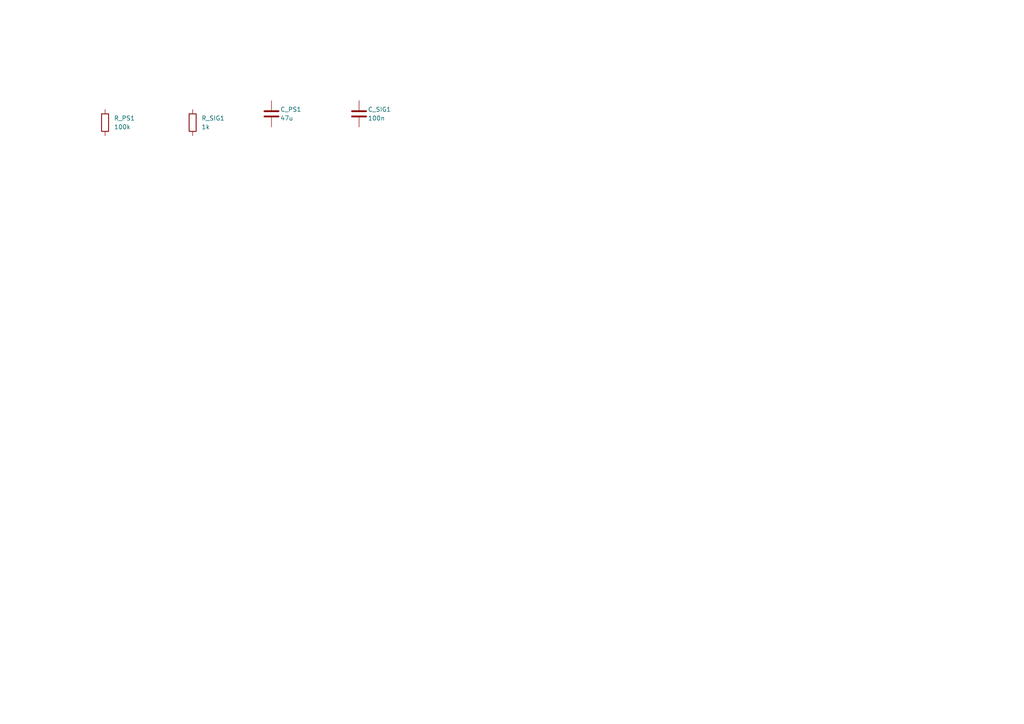
<source format=kicad_sch>
(kicad_sch (version 20250114) (generator "circuit_synth") (generator_version "0.8.36")
  (paper "A4")
  (title_block (title "multi_level_circuit"))
  (lib_symbols
    (symbol "Device:R" (pin_numbers (hide yes)) (pin_names (offset 0))
      (property "Reference" "R" (at 2.032 0 90))
      (property "Value" "R" (at 0 0 90))
      (symbol "R_0_1"
        (rectangle (start -1.016 -2.54) (end 1.016 2.54) (stroke (width 0.254)))
      )
      (symbol "R_1_1"
        (pin passive line (at 0 3.81 270) (length 1.27) (name "~") (number "1"))
        (pin passive line (at 0 -3.81 90) (length 1.27) (name "~") (number "2"))
      )
    )
    (symbol "Device:C" (pin_numbers (hide yes)) (pin_names (offset 0.254))
      (property "Reference" "C" (at 0.635 2.54 0))
      (property "Value" "C" (at 0.635 -2.54 0))
      (symbol "C_0_1"
        (polyline (pts (xy -2.032 0.762) (xy 2.032 0.762)) (stroke (width 0.508)))
        (polyline (pts (xy -2.032 -0.762) (xy 2.032 -0.762)) (stroke (width 0.508)))
      )
      (symbol "C_1_1"
        (pin passive line (at 0 3.81 270) (length 2.794) (name "~") (number "1"))
        (pin passive line (at 0 -3.81 90) (length 2.794) (name "~") (number "2"))
      )
    )
  )
  (symbol (lib_id "Device:R") (at 30.48 35.56 0) (unit 1)
    (property "Reference" "R_PS1" (at 33.02 34.2899 0) (effects (justify left)))
    (property "Value" "100k" (at 33.02 36.8299 0) (effects (justify left)))
    (property "Footprint" "Resistor_SMD:R_0603_1608Metric" (effects (hide yes)))
    (property "hierarchy_path" "/ec51185a-3fd5-4e88-8646-7da51844fbc5" (effects (hide yes)))
    (property "project_name" "multi_level_circuit" (effects (hide yes)))
    (property "root_uuid" "ec51185a-3fd5-4e88-8646-7da51844fbc5" (effects (hide yes)))
  )
  (symbol (lib_id "Device:C") (at 78.74 33.02 0) (unit 1)
    (property "Reference" "C_PS1" (at 81.28 31.7499 0) (effects (justify left)))
    (property "Value" "47u" (at 81.28 34.2899 0) (effects (justify left)))
    (property "Footprint" "Capacitor_SMD:C_0603_1608Metric" (effects (hide yes)))
    (property "hierarchy_path" "/ec51185a-3fd5-4e88-8646-7da51844fbc5" (effects (hide yes)))
    (property "project_name" "multi_level_circuit" (effects (hide yes)))
    (property "root_uuid" "ec51185a-3fd5-4e88-8646-7da51844fbc5" (effects (hide yes)))
  )
  (symbol (lib_id "Device:R") (at 55.88 35.56 0) (unit 1)
    (property "Reference" "R_SIG1" (at 58.42 34.2899 0) (effects (justify left)))
    (property "Value" "1k" (at 58.42 36.8299 0) (effects (justify left)))
    (property "Footprint" "Resistor_SMD:R_0603_1608Metric" (effects (hide yes)))
    (property "hierarchy_path" "/ec51185a-3fd5-4e88-8646-7da51844fbc5" (effects (hide yes)))
    (property "project_name" "multi_level_circuit" (effects (hide yes)))
    (property "root_uuid" "ec51185a-3fd5-4e88-8646-7da51844fbc5" (effects (hide yes)))
  )
  (symbol (lib_id "Device:C") (at 104.14 33.02 0) (unit 1)
    (property "Reference" "C_SIG1" (at 106.68 31.7499 0) (effects (justify left)))
    (property "Value" "100n" (at 106.68 34.2899 0) (effects (justify left)))
    (property "Footprint" "Capacitor_SMD:C_0603_1608Metric" (effects (hide yes)))
    (property "hierarchy_path" "/ec51185a-3fd5-4e88-8646-7da51844fbc5" (effects (hide yes)))
    (property "project_name" "multi_level_circuit" (effects (hide yes)))
    (property "root_uuid" "ec51185a-3fd5-4e88-8646-7da51844fbc5" (effects (hide yes)))
  )
)
</source>
